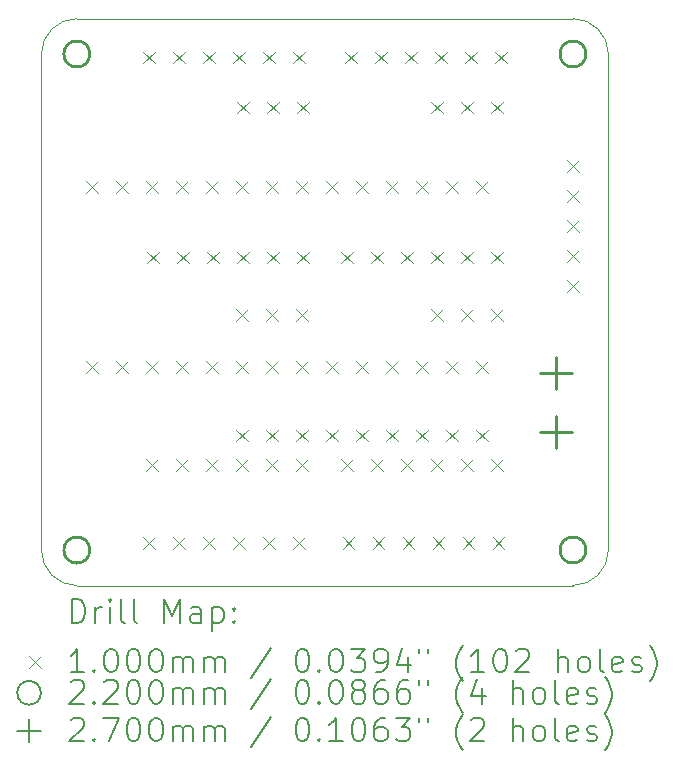
<source format=gbr>
%TF.GenerationSoftware,KiCad,Pcbnew,7.0.5*%
%TF.CreationDate,2023-08-11T11:44:44-04:00*%
%TF.ProjectId,Tadpole,54616470-6f6c-4652-9e6b-696361645f70,rev?*%
%TF.SameCoordinates,Original*%
%TF.FileFunction,Drillmap*%
%TF.FilePolarity,Positive*%
%FSLAX45Y45*%
G04 Gerber Fmt 4.5, Leading zero omitted, Abs format (unit mm)*
G04 Created by KiCad (PCBNEW 7.0.5) date 2023-08-11 11:44:44*
%MOMM*%
%LPD*%
G01*
G04 APERTURE LIST*
%ADD10C,0.100000*%
%ADD11C,0.200000*%
%ADD12C,0.220000*%
%ADD13C,0.270000*%
G04 APERTURE END LIST*
D10*
X11100000Y-12000000D02*
G75*
G03*
X11400000Y-12300000I300000J0D01*
G01*
X15600000Y-12300000D02*
G75*
G03*
X15900000Y-12000000I0J300000D01*
G01*
X15600000Y-12300000D02*
X11400000Y-12300000D01*
X11400000Y-7500000D02*
G75*
G03*
X11100000Y-7800000I0J-300000D01*
G01*
X11100000Y-12000000D02*
X11100000Y-7800000D01*
X15900000Y-7800000D02*
G75*
G03*
X15600000Y-7500000I-300000J0D01*
G01*
X15900000Y-7800000D02*
X15900000Y-12000000D01*
X11400000Y-7500000D02*
X15600000Y-7500000D01*
D11*
D10*
X11477520Y-8878100D02*
X11577520Y-8978100D01*
X11577520Y-8878100D02*
X11477520Y-8978100D01*
X11477520Y-10402100D02*
X11577520Y-10502100D01*
X11577520Y-10402100D02*
X11477520Y-10502100D01*
X11731520Y-8878100D02*
X11831520Y-8978100D01*
X11831520Y-8878100D02*
X11731520Y-8978100D01*
X11731520Y-10402100D02*
X11831520Y-10502100D01*
X11831520Y-10402100D02*
X11731520Y-10502100D01*
X11960000Y-7780000D02*
X12060000Y-7880000D01*
X12060000Y-7780000D02*
X11960000Y-7880000D01*
X11960000Y-11890000D02*
X12060000Y-11990000D01*
X12060000Y-11890000D02*
X11960000Y-11990000D01*
X11983000Y-11227000D02*
X12083000Y-11327000D01*
X12083000Y-11227000D02*
X11983000Y-11327000D01*
X11985520Y-8878100D02*
X12085520Y-8978100D01*
X12085520Y-8878100D02*
X11985520Y-8978100D01*
X11985520Y-10402100D02*
X12085520Y-10502100D01*
X12085520Y-10402100D02*
X11985520Y-10502100D01*
X11993000Y-9472460D02*
X12093000Y-9572460D01*
X12093000Y-9472460D02*
X11993000Y-9572460D01*
X12214000Y-7780000D02*
X12314000Y-7880000D01*
X12314000Y-7780000D02*
X12214000Y-7880000D01*
X12214000Y-11890000D02*
X12314000Y-11990000D01*
X12314000Y-11890000D02*
X12214000Y-11990000D01*
X12237000Y-11227000D02*
X12337000Y-11327000D01*
X12337000Y-11227000D02*
X12237000Y-11327000D01*
X12239520Y-8878100D02*
X12339520Y-8978100D01*
X12339520Y-8878100D02*
X12239520Y-8978100D01*
X12239520Y-10402100D02*
X12339520Y-10502100D01*
X12339520Y-10402100D02*
X12239520Y-10502100D01*
X12247000Y-9472460D02*
X12347000Y-9572460D01*
X12347000Y-9472460D02*
X12247000Y-9572460D01*
X12468000Y-7780000D02*
X12568000Y-7880000D01*
X12568000Y-7780000D02*
X12468000Y-7880000D01*
X12468000Y-11890000D02*
X12568000Y-11990000D01*
X12568000Y-11890000D02*
X12468000Y-11990000D01*
X12491000Y-11227000D02*
X12591000Y-11327000D01*
X12591000Y-11227000D02*
X12491000Y-11327000D01*
X12493520Y-8878100D02*
X12593520Y-8978100D01*
X12593520Y-8878100D02*
X12493520Y-8978100D01*
X12493520Y-10402100D02*
X12593520Y-10502100D01*
X12593520Y-10402100D02*
X12493520Y-10502100D01*
X12501000Y-9472460D02*
X12601000Y-9572460D01*
X12601000Y-9472460D02*
X12501000Y-9572460D01*
X12722000Y-7780000D02*
X12822000Y-7880000D01*
X12822000Y-7780000D02*
X12722000Y-7880000D01*
X12722000Y-11890000D02*
X12822000Y-11990000D01*
X12822000Y-11890000D02*
X12722000Y-11990000D01*
X12745000Y-9957000D02*
X12845000Y-10057000D01*
X12845000Y-9957000D02*
X12745000Y-10057000D01*
X12745000Y-11227000D02*
X12845000Y-11327000D01*
X12845000Y-11227000D02*
X12745000Y-11327000D01*
X12747500Y-10980000D02*
X12847500Y-11080000D01*
X12847500Y-10980000D02*
X12747500Y-11080000D01*
X12747520Y-8878100D02*
X12847520Y-8978100D01*
X12847520Y-8878100D02*
X12747520Y-8978100D01*
X12747520Y-10402100D02*
X12847520Y-10502100D01*
X12847520Y-10402100D02*
X12747520Y-10502100D01*
X12755000Y-8202460D02*
X12855000Y-8302460D01*
X12855000Y-8202460D02*
X12755000Y-8302460D01*
X12755000Y-9472460D02*
X12855000Y-9572460D01*
X12855000Y-9472460D02*
X12755000Y-9572460D01*
X12976000Y-7780000D02*
X13076000Y-7880000D01*
X13076000Y-7780000D02*
X12976000Y-7880000D01*
X12976000Y-11890000D02*
X13076000Y-11990000D01*
X13076000Y-11890000D02*
X12976000Y-11990000D01*
X12999000Y-9957000D02*
X13099000Y-10057000D01*
X13099000Y-9957000D02*
X12999000Y-10057000D01*
X12999000Y-11227000D02*
X13099000Y-11327000D01*
X13099000Y-11227000D02*
X12999000Y-11327000D01*
X13001500Y-10980000D02*
X13101500Y-11080000D01*
X13101500Y-10980000D02*
X13001500Y-11080000D01*
X13001520Y-8878100D02*
X13101520Y-8978100D01*
X13101520Y-8878100D02*
X13001520Y-8978100D01*
X13001520Y-10402100D02*
X13101520Y-10502100D01*
X13101520Y-10402100D02*
X13001520Y-10502100D01*
X13009000Y-8202460D02*
X13109000Y-8302460D01*
X13109000Y-8202460D02*
X13009000Y-8302460D01*
X13009000Y-9472460D02*
X13109000Y-9572460D01*
X13109000Y-9472460D02*
X13009000Y-9572460D01*
X13230000Y-7780000D02*
X13330000Y-7880000D01*
X13330000Y-7780000D02*
X13230000Y-7880000D01*
X13230000Y-11890000D02*
X13330000Y-11990000D01*
X13330000Y-11890000D02*
X13230000Y-11990000D01*
X13253000Y-9957000D02*
X13353000Y-10057000D01*
X13353000Y-9957000D02*
X13253000Y-10057000D01*
X13253000Y-11227000D02*
X13353000Y-11327000D01*
X13353000Y-11227000D02*
X13253000Y-11327000D01*
X13255500Y-10980000D02*
X13355500Y-11080000D01*
X13355500Y-10980000D02*
X13255500Y-11080000D01*
X13255520Y-8878100D02*
X13355520Y-8978100D01*
X13355520Y-8878100D02*
X13255520Y-8978100D01*
X13255520Y-10402100D02*
X13355520Y-10502100D01*
X13355520Y-10402100D02*
X13255520Y-10502100D01*
X13263000Y-8202460D02*
X13363000Y-8302460D01*
X13363000Y-8202460D02*
X13263000Y-8302460D01*
X13263000Y-9472460D02*
X13363000Y-9572460D01*
X13363000Y-9472460D02*
X13263000Y-9572460D01*
X13509500Y-10980000D02*
X13609500Y-11080000D01*
X13609500Y-10980000D02*
X13509500Y-11080000D01*
X13509520Y-8878100D02*
X13609520Y-8978100D01*
X13609520Y-8878100D02*
X13509520Y-8978100D01*
X13509520Y-10402100D02*
X13609520Y-10502100D01*
X13609520Y-10402100D02*
X13509520Y-10502100D01*
X13638000Y-9472460D02*
X13738000Y-9572460D01*
X13738000Y-9472460D02*
X13638000Y-9572460D01*
X13638000Y-11230000D02*
X13738000Y-11330000D01*
X13738000Y-11230000D02*
X13638000Y-11330000D01*
X13650000Y-11890000D02*
X13750000Y-11990000D01*
X13750000Y-11890000D02*
X13650000Y-11990000D01*
X13670000Y-7780000D02*
X13770000Y-7880000D01*
X13770000Y-7780000D02*
X13670000Y-7880000D01*
X13763500Y-10980000D02*
X13863500Y-11080000D01*
X13863500Y-10980000D02*
X13763500Y-11080000D01*
X13763520Y-8878100D02*
X13863520Y-8978100D01*
X13863520Y-8878100D02*
X13763520Y-8978100D01*
X13763520Y-10402100D02*
X13863520Y-10502100D01*
X13863520Y-10402100D02*
X13763520Y-10502100D01*
X13892000Y-9472460D02*
X13992000Y-9572460D01*
X13992000Y-9472460D02*
X13892000Y-9572460D01*
X13892000Y-11230000D02*
X13992000Y-11330000D01*
X13992000Y-11230000D02*
X13892000Y-11330000D01*
X13904000Y-11890000D02*
X14004000Y-11990000D01*
X14004000Y-11890000D02*
X13904000Y-11990000D01*
X13924000Y-7780000D02*
X14024000Y-7880000D01*
X14024000Y-7780000D02*
X13924000Y-7880000D01*
X14017500Y-10980000D02*
X14117500Y-11080000D01*
X14117500Y-10980000D02*
X14017500Y-11080000D01*
X14017520Y-8878100D02*
X14117520Y-8978100D01*
X14117520Y-8878100D02*
X14017520Y-8978100D01*
X14017520Y-10402100D02*
X14117520Y-10502100D01*
X14117520Y-10402100D02*
X14017520Y-10502100D01*
X14146000Y-9472460D02*
X14246000Y-9572460D01*
X14246000Y-9472460D02*
X14146000Y-9572460D01*
X14146000Y-11230000D02*
X14246000Y-11330000D01*
X14246000Y-11230000D02*
X14146000Y-11330000D01*
X14158000Y-11890000D02*
X14258000Y-11990000D01*
X14258000Y-11890000D02*
X14158000Y-11990000D01*
X14178000Y-7780000D02*
X14278000Y-7880000D01*
X14278000Y-7780000D02*
X14178000Y-7880000D01*
X14271500Y-10980000D02*
X14371500Y-11080000D01*
X14371500Y-10980000D02*
X14271500Y-11080000D01*
X14271520Y-8878100D02*
X14371520Y-8978100D01*
X14371520Y-8878100D02*
X14271520Y-8978100D01*
X14271520Y-10402100D02*
X14371520Y-10502100D01*
X14371520Y-10402100D02*
X14271520Y-10502100D01*
X14400000Y-8202460D02*
X14500000Y-8302460D01*
X14500000Y-8202460D02*
X14400000Y-8302460D01*
X14400000Y-9472460D02*
X14500000Y-9572460D01*
X14500000Y-9472460D02*
X14400000Y-9572460D01*
X14400000Y-9960000D02*
X14500000Y-10060000D01*
X14500000Y-9960000D02*
X14400000Y-10060000D01*
X14400000Y-11230000D02*
X14500000Y-11330000D01*
X14500000Y-11230000D02*
X14400000Y-11330000D01*
X14412000Y-11890000D02*
X14512000Y-11990000D01*
X14512000Y-11890000D02*
X14412000Y-11990000D01*
X14432000Y-7780000D02*
X14532000Y-7880000D01*
X14532000Y-7780000D02*
X14432000Y-7880000D01*
X14525500Y-10980000D02*
X14625500Y-11080000D01*
X14625500Y-10980000D02*
X14525500Y-11080000D01*
X14525520Y-8878100D02*
X14625520Y-8978100D01*
X14625520Y-8878100D02*
X14525520Y-8978100D01*
X14525520Y-10402100D02*
X14625520Y-10502100D01*
X14625520Y-10402100D02*
X14525520Y-10502100D01*
X14654000Y-8202460D02*
X14754000Y-8302460D01*
X14754000Y-8202460D02*
X14654000Y-8302460D01*
X14654000Y-9472460D02*
X14754000Y-9572460D01*
X14754000Y-9472460D02*
X14654000Y-9572460D01*
X14654000Y-9960000D02*
X14754000Y-10060000D01*
X14754000Y-9960000D02*
X14654000Y-10060000D01*
X14654000Y-11230000D02*
X14754000Y-11330000D01*
X14754000Y-11230000D02*
X14654000Y-11330000D01*
X14666000Y-11890000D02*
X14766000Y-11990000D01*
X14766000Y-11890000D02*
X14666000Y-11990000D01*
X14686000Y-7780000D02*
X14786000Y-7880000D01*
X14786000Y-7780000D02*
X14686000Y-7880000D01*
X14779500Y-10980000D02*
X14879500Y-11080000D01*
X14879500Y-10980000D02*
X14779500Y-11080000D01*
X14779520Y-8878100D02*
X14879520Y-8978100D01*
X14879520Y-8878100D02*
X14779520Y-8978100D01*
X14779520Y-10402100D02*
X14879520Y-10502100D01*
X14879520Y-10402100D02*
X14779520Y-10502100D01*
X14908000Y-8202460D02*
X15008000Y-8302460D01*
X15008000Y-8202460D02*
X14908000Y-8302460D01*
X14908000Y-9472460D02*
X15008000Y-9572460D01*
X15008000Y-9472460D02*
X14908000Y-9572460D01*
X14908000Y-9960000D02*
X15008000Y-10060000D01*
X15008000Y-9960000D02*
X14908000Y-10060000D01*
X14908000Y-11230000D02*
X15008000Y-11330000D01*
X15008000Y-11230000D02*
X14908000Y-11330000D01*
X14920000Y-11890000D02*
X15020000Y-11990000D01*
X15020000Y-11890000D02*
X14920000Y-11990000D01*
X14940000Y-7780000D02*
X15040000Y-7880000D01*
X15040000Y-7780000D02*
X14940000Y-7880000D01*
X15550000Y-8695000D02*
X15650000Y-8795000D01*
X15650000Y-8695000D02*
X15550000Y-8795000D01*
X15550000Y-8949000D02*
X15650000Y-9049000D01*
X15650000Y-8949000D02*
X15550000Y-9049000D01*
X15550000Y-9203000D02*
X15650000Y-9303000D01*
X15650000Y-9203000D02*
X15550000Y-9303000D01*
X15550000Y-9457000D02*
X15650000Y-9557000D01*
X15650000Y-9457000D02*
X15550000Y-9557000D01*
X15550000Y-9711000D02*
X15650000Y-9811000D01*
X15650000Y-9711000D02*
X15550000Y-9811000D01*
D12*
X11510000Y-7800000D02*
G75*
G03*
X11510000Y-7800000I-110000J0D01*
G01*
X11510000Y-12000000D02*
G75*
G03*
X11510000Y-12000000I-110000J0D01*
G01*
X15710000Y-7800000D02*
G75*
G03*
X15710000Y-7800000I-110000J0D01*
G01*
X15710000Y-12000000D02*
G75*
G03*
X15710000Y-12000000I-110000J0D01*
G01*
D13*
X15460000Y-10365000D02*
X15460000Y-10635000D01*
X15325000Y-10500000D02*
X15595000Y-10500000D01*
X15460000Y-10865000D02*
X15460000Y-11135000D01*
X15325000Y-11000000D02*
X15595000Y-11000000D01*
D11*
X11355777Y-12616484D02*
X11355777Y-12416484D01*
X11355777Y-12416484D02*
X11403396Y-12416484D01*
X11403396Y-12416484D02*
X11431967Y-12426008D01*
X11431967Y-12426008D02*
X11451015Y-12445055D01*
X11451015Y-12445055D02*
X11460539Y-12464103D01*
X11460539Y-12464103D02*
X11470062Y-12502198D01*
X11470062Y-12502198D02*
X11470062Y-12530769D01*
X11470062Y-12530769D02*
X11460539Y-12568865D01*
X11460539Y-12568865D02*
X11451015Y-12587912D01*
X11451015Y-12587912D02*
X11431967Y-12606960D01*
X11431967Y-12606960D02*
X11403396Y-12616484D01*
X11403396Y-12616484D02*
X11355777Y-12616484D01*
X11555777Y-12616484D02*
X11555777Y-12483150D01*
X11555777Y-12521246D02*
X11565301Y-12502198D01*
X11565301Y-12502198D02*
X11574824Y-12492674D01*
X11574824Y-12492674D02*
X11593872Y-12483150D01*
X11593872Y-12483150D02*
X11612920Y-12483150D01*
X11679586Y-12616484D02*
X11679586Y-12483150D01*
X11679586Y-12416484D02*
X11670062Y-12426008D01*
X11670062Y-12426008D02*
X11679586Y-12435531D01*
X11679586Y-12435531D02*
X11689110Y-12426008D01*
X11689110Y-12426008D02*
X11679586Y-12416484D01*
X11679586Y-12416484D02*
X11679586Y-12435531D01*
X11803396Y-12616484D02*
X11784348Y-12606960D01*
X11784348Y-12606960D02*
X11774824Y-12587912D01*
X11774824Y-12587912D02*
X11774824Y-12416484D01*
X11908158Y-12616484D02*
X11889110Y-12606960D01*
X11889110Y-12606960D02*
X11879586Y-12587912D01*
X11879586Y-12587912D02*
X11879586Y-12416484D01*
X12136729Y-12616484D02*
X12136729Y-12416484D01*
X12136729Y-12416484D02*
X12203396Y-12559341D01*
X12203396Y-12559341D02*
X12270062Y-12416484D01*
X12270062Y-12416484D02*
X12270062Y-12616484D01*
X12451015Y-12616484D02*
X12451015Y-12511722D01*
X12451015Y-12511722D02*
X12441491Y-12492674D01*
X12441491Y-12492674D02*
X12422443Y-12483150D01*
X12422443Y-12483150D02*
X12384348Y-12483150D01*
X12384348Y-12483150D02*
X12365301Y-12492674D01*
X12451015Y-12606960D02*
X12431967Y-12616484D01*
X12431967Y-12616484D02*
X12384348Y-12616484D01*
X12384348Y-12616484D02*
X12365301Y-12606960D01*
X12365301Y-12606960D02*
X12355777Y-12587912D01*
X12355777Y-12587912D02*
X12355777Y-12568865D01*
X12355777Y-12568865D02*
X12365301Y-12549817D01*
X12365301Y-12549817D02*
X12384348Y-12540293D01*
X12384348Y-12540293D02*
X12431967Y-12540293D01*
X12431967Y-12540293D02*
X12451015Y-12530769D01*
X12546253Y-12483150D02*
X12546253Y-12683150D01*
X12546253Y-12492674D02*
X12565301Y-12483150D01*
X12565301Y-12483150D02*
X12603396Y-12483150D01*
X12603396Y-12483150D02*
X12622443Y-12492674D01*
X12622443Y-12492674D02*
X12631967Y-12502198D01*
X12631967Y-12502198D02*
X12641491Y-12521246D01*
X12641491Y-12521246D02*
X12641491Y-12578388D01*
X12641491Y-12578388D02*
X12631967Y-12597436D01*
X12631967Y-12597436D02*
X12622443Y-12606960D01*
X12622443Y-12606960D02*
X12603396Y-12616484D01*
X12603396Y-12616484D02*
X12565301Y-12616484D01*
X12565301Y-12616484D02*
X12546253Y-12606960D01*
X12727205Y-12597436D02*
X12736729Y-12606960D01*
X12736729Y-12606960D02*
X12727205Y-12616484D01*
X12727205Y-12616484D02*
X12717682Y-12606960D01*
X12717682Y-12606960D02*
X12727205Y-12597436D01*
X12727205Y-12597436D02*
X12727205Y-12616484D01*
X12727205Y-12492674D02*
X12736729Y-12502198D01*
X12736729Y-12502198D02*
X12727205Y-12511722D01*
X12727205Y-12511722D02*
X12717682Y-12502198D01*
X12717682Y-12502198D02*
X12727205Y-12492674D01*
X12727205Y-12492674D02*
X12727205Y-12511722D01*
D10*
X10995000Y-12895000D02*
X11095000Y-12995000D01*
X11095000Y-12895000D02*
X10995000Y-12995000D01*
D11*
X11460539Y-13036484D02*
X11346253Y-13036484D01*
X11403396Y-13036484D02*
X11403396Y-12836484D01*
X11403396Y-12836484D02*
X11384348Y-12865055D01*
X11384348Y-12865055D02*
X11365301Y-12884103D01*
X11365301Y-12884103D02*
X11346253Y-12893627D01*
X11546253Y-13017436D02*
X11555777Y-13026960D01*
X11555777Y-13026960D02*
X11546253Y-13036484D01*
X11546253Y-13036484D02*
X11536729Y-13026960D01*
X11536729Y-13026960D02*
X11546253Y-13017436D01*
X11546253Y-13017436D02*
X11546253Y-13036484D01*
X11679586Y-12836484D02*
X11698634Y-12836484D01*
X11698634Y-12836484D02*
X11717682Y-12846008D01*
X11717682Y-12846008D02*
X11727205Y-12855531D01*
X11727205Y-12855531D02*
X11736729Y-12874579D01*
X11736729Y-12874579D02*
X11746253Y-12912674D01*
X11746253Y-12912674D02*
X11746253Y-12960293D01*
X11746253Y-12960293D02*
X11736729Y-12998388D01*
X11736729Y-12998388D02*
X11727205Y-13017436D01*
X11727205Y-13017436D02*
X11717682Y-13026960D01*
X11717682Y-13026960D02*
X11698634Y-13036484D01*
X11698634Y-13036484D02*
X11679586Y-13036484D01*
X11679586Y-13036484D02*
X11660539Y-13026960D01*
X11660539Y-13026960D02*
X11651015Y-13017436D01*
X11651015Y-13017436D02*
X11641491Y-12998388D01*
X11641491Y-12998388D02*
X11631967Y-12960293D01*
X11631967Y-12960293D02*
X11631967Y-12912674D01*
X11631967Y-12912674D02*
X11641491Y-12874579D01*
X11641491Y-12874579D02*
X11651015Y-12855531D01*
X11651015Y-12855531D02*
X11660539Y-12846008D01*
X11660539Y-12846008D02*
X11679586Y-12836484D01*
X11870062Y-12836484D02*
X11889110Y-12836484D01*
X11889110Y-12836484D02*
X11908158Y-12846008D01*
X11908158Y-12846008D02*
X11917682Y-12855531D01*
X11917682Y-12855531D02*
X11927205Y-12874579D01*
X11927205Y-12874579D02*
X11936729Y-12912674D01*
X11936729Y-12912674D02*
X11936729Y-12960293D01*
X11936729Y-12960293D02*
X11927205Y-12998388D01*
X11927205Y-12998388D02*
X11917682Y-13017436D01*
X11917682Y-13017436D02*
X11908158Y-13026960D01*
X11908158Y-13026960D02*
X11889110Y-13036484D01*
X11889110Y-13036484D02*
X11870062Y-13036484D01*
X11870062Y-13036484D02*
X11851015Y-13026960D01*
X11851015Y-13026960D02*
X11841491Y-13017436D01*
X11841491Y-13017436D02*
X11831967Y-12998388D01*
X11831967Y-12998388D02*
X11822443Y-12960293D01*
X11822443Y-12960293D02*
X11822443Y-12912674D01*
X11822443Y-12912674D02*
X11831967Y-12874579D01*
X11831967Y-12874579D02*
X11841491Y-12855531D01*
X11841491Y-12855531D02*
X11851015Y-12846008D01*
X11851015Y-12846008D02*
X11870062Y-12836484D01*
X12060539Y-12836484D02*
X12079586Y-12836484D01*
X12079586Y-12836484D02*
X12098634Y-12846008D01*
X12098634Y-12846008D02*
X12108158Y-12855531D01*
X12108158Y-12855531D02*
X12117682Y-12874579D01*
X12117682Y-12874579D02*
X12127205Y-12912674D01*
X12127205Y-12912674D02*
X12127205Y-12960293D01*
X12127205Y-12960293D02*
X12117682Y-12998388D01*
X12117682Y-12998388D02*
X12108158Y-13017436D01*
X12108158Y-13017436D02*
X12098634Y-13026960D01*
X12098634Y-13026960D02*
X12079586Y-13036484D01*
X12079586Y-13036484D02*
X12060539Y-13036484D01*
X12060539Y-13036484D02*
X12041491Y-13026960D01*
X12041491Y-13026960D02*
X12031967Y-13017436D01*
X12031967Y-13017436D02*
X12022443Y-12998388D01*
X12022443Y-12998388D02*
X12012920Y-12960293D01*
X12012920Y-12960293D02*
X12012920Y-12912674D01*
X12012920Y-12912674D02*
X12022443Y-12874579D01*
X12022443Y-12874579D02*
X12031967Y-12855531D01*
X12031967Y-12855531D02*
X12041491Y-12846008D01*
X12041491Y-12846008D02*
X12060539Y-12836484D01*
X12212920Y-13036484D02*
X12212920Y-12903150D01*
X12212920Y-12922198D02*
X12222443Y-12912674D01*
X12222443Y-12912674D02*
X12241491Y-12903150D01*
X12241491Y-12903150D02*
X12270063Y-12903150D01*
X12270063Y-12903150D02*
X12289110Y-12912674D01*
X12289110Y-12912674D02*
X12298634Y-12931722D01*
X12298634Y-12931722D02*
X12298634Y-13036484D01*
X12298634Y-12931722D02*
X12308158Y-12912674D01*
X12308158Y-12912674D02*
X12327205Y-12903150D01*
X12327205Y-12903150D02*
X12355777Y-12903150D01*
X12355777Y-12903150D02*
X12374824Y-12912674D01*
X12374824Y-12912674D02*
X12384348Y-12931722D01*
X12384348Y-12931722D02*
X12384348Y-13036484D01*
X12479586Y-13036484D02*
X12479586Y-12903150D01*
X12479586Y-12922198D02*
X12489110Y-12912674D01*
X12489110Y-12912674D02*
X12508158Y-12903150D01*
X12508158Y-12903150D02*
X12536729Y-12903150D01*
X12536729Y-12903150D02*
X12555777Y-12912674D01*
X12555777Y-12912674D02*
X12565301Y-12931722D01*
X12565301Y-12931722D02*
X12565301Y-13036484D01*
X12565301Y-12931722D02*
X12574824Y-12912674D01*
X12574824Y-12912674D02*
X12593872Y-12903150D01*
X12593872Y-12903150D02*
X12622443Y-12903150D01*
X12622443Y-12903150D02*
X12641491Y-12912674D01*
X12641491Y-12912674D02*
X12651015Y-12931722D01*
X12651015Y-12931722D02*
X12651015Y-13036484D01*
X13041491Y-12826960D02*
X12870063Y-13084103D01*
X13298634Y-12836484D02*
X13317682Y-12836484D01*
X13317682Y-12836484D02*
X13336729Y-12846008D01*
X13336729Y-12846008D02*
X13346253Y-12855531D01*
X13346253Y-12855531D02*
X13355777Y-12874579D01*
X13355777Y-12874579D02*
X13365301Y-12912674D01*
X13365301Y-12912674D02*
X13365301Y-12960293D01*
X13365301Y-12960293D02*
X13355777Y-12998388D01*
X13355777Y-12998388D02*
X13346253Y-13017436D01*
X13346253Y-13017436D02*
X13336729Y-13026960D01*
X13336729Y-13026960D02*
X13317682Y-13036484D01*
X13317682Y-13036484D02*
X13298634Y-13036484D01*
X13298634Y-13036484D02*
X13279586Y-13026960D01*
X13279586Y-13026960D02*
X13270063Y-13017436D01*
X13270063Y-13017436D02*
X13260539Y-12998388D01*
X13260539Y-12998388D02*
X13251015Y-12960293D01*
X13251015Y-12960293D02*
X13251015Y-12912674D01*
X13251015Y-12912674D02*
X13260539Y-12874579D01*
X13260539Y-12874579D02*
X13270063Y-12855531D01*
X13270063Y-12855531D02*
X13279586Y-12846008D01*
X13279586Y-12846008D02*
X13298634Y-12836484D01*
X13451015Y-13017436D02*
X13460539Y-13026960D01*
X13460539Y-13026960D02*
X13451015Y-13036484D01*
X13451015Y-13036484D02*
X13441491Y-13026960D01*
X13441491Y-13026960D02*
X13451015Y-13017436D01*
X13451015Y-13017436D02*
X13451015Y-13036484D01*
X13584348Y-12836484D02*
X13603396Y-12836484D01*
X13603396Y-12836484D02*
X13622444Y-12846008D01*
X13622444Y-12846008D02*
X13631967Y-12855531D01*
X13631967Y-12855531D02*
X13641491Y-12874579D01*
X13641491Y-12874579D02*
X13651015Y-12912674D01*
X13651015Y-12912674D02*
X13651015Y-12960293D01*
X13651015Y-12960293D02*
X13641491Y-12998388D01*
X13641491Y-12998388D02*
X13631967Y-13017436D01*
X13631967Y-13017436D02*
X13622444Y-13026960D01*
X13622444Y-13026960D02*
X13603396Y-13036484D01*
X13603396Y-13036484D02*
X13584348Y-13036484D01*
X13584348Y-13036484D02*
X13565301Y-13026960D01*
X13565301Y-13026960D02*
X13555777Y-13017436D01*
X13555777Y-13017436D02*
X13546253Y-12998388D01*
X13546253Y-12998388D02*
X13536729Y-12960293D01*
X13536729Y-12960293D02*
X13536729Y-12912674D01*
X13536729Y-12912674D02*
X13546253Y-12874579D01*
X13546253Y-12874579D02*
X13555777Y-12855531D01*
X13555777Y-12855531D02*
X13565301Y-12846008D01*
X13565301Y-12846008D02*
X13584348Y-12836484D01*
X13717682Y-12836484D02*
X13841491Y-12836484D01*
X13841491Y-12836484D02*
X13774825Y-12912674D01*
X13774825Y-12912674D02*
X13803396Y-12912674D01*
X13803396Y-12912674D02*
X13822444Y-12922198D01*
X13822444Y-12922198D02*
X13831967Y-12931722D01*
X13831967Y-12931722D02*
X13841491Y-12950769D01*
X13841491Y-12950769D02*
X13841491Y-12998388D01*
X13841491Y-12998388D02*
X13831967Y-13017436D01*
X13831967Y-13017436D02*
X13822444Y-13026960D01*
X13822444Y-13026960D02*
X13803396Y-13036484D01*
X13803396Y-13036484D02*
X13746253Y-13036484D01*
X13746253Y-13036484D02*
X13727206Y-13026960D01*
X13727206Y-13026960D02*
X13717682Y-13017436D01*
X13936729Y-13036484D02*
X13974825Y-13036484D01*
X13974825Y-13036484D02*
X13993872Y-13026960D01*
X13993872Y-13026960D02*
X14003396Y-13017436D01*
X14003396Y-13017436D02*
X14022444Y-12988865D01*
X14022444Y-12988865D02*
X14031967Y-12950769D01*
X14031967Y-12950769D02*
X14031967Y-12874579D01*
X14031967Y-12874579D02*
X14022444Y-12855531D01*
X14022444Y-12855531D02*
X14012920Y-12846008D01*
X14012920Y-12846008D02*
X13993872Y-12836484D01*
X13993872Y-12836484D02*
X13955777Y-12836484D01*
X13955777Y-12836484D02*
X13936729Y-12846008D01*
X13936729Y-12846008D02*
X13927206Y-12855531D01*
X13927206Y-12855531D02*
X13917682Y-12874579D01*
X13917682Y-12874579D02*
X13917682Y-12922198D01*
X13917682Y-12922198D02*
X13927206Y-12941246D01*
X13927206Y-12941246D02*
X13936729Y-12950769D01*
X13936729Y-12950769D02*
X13955777Y-12960293D01*
X13955777Y-12960293D02*
X13993872Y-12960293D01*
X13993872Y-12960293D02*
X14012920Y-12950769D01*
X14012920Y-12950769D02*
X14022444Y-12941246D01*
X14022444Y-12941246D02*
X14031967Y-12922198D01*
X14203396Y-12903150D02*
X14203396Y-13036484D01*
X14155777Y-12826960D02*
X14108158Y-12969817D01*
X14108158Y-12969817D02*
X14231967Y-12969817D01*
X14298634Y-12836484D02*
X14298634Y-12874579D01*
X14374825Y-12836484D02*
X14374825Y-12874579D01*
X14670063Y-13112674D02*
X14660539Y-13103150D01*
X14660539Y-13103150D02*
X14641491Y-13074579D01*
X14641491Y-13074579D02*
X14631968Y-13055531D01*
X14631968Y-13055531D02*
X14622444Y-13026960D01*
X14622444Y-13026960D02*
X14612920Y-12979341D01*
X14612920Y-12979341D02*
X14612920Y-12941246D01*
X14612920Y-12941246D02*
X14622444Y-12893627D01*
X14622444Y-12893627D02*
X14631968Y-12865055D01*
X14631968Y-12865055D02*
X14641491Y-12846008D01*
X14641491Y-12846008D02*
X14660539Y-12817436D01*
X14660539Y-12817436D02*
X14670063Y-12807912D01*
X14851015Y-13036484D02*
X14736729Y-13036484D01*
X14793872Y-13036484D02*
X14793872Y-12836484D01*
X14793872Y-12836484D02*
X14774825Y-12865055D01*
X14774825Y-12865055D02*
X14755777Y-12884103D01*
X14755777Y-12884103D02*
X14736729Y-12893627D01*
X14974825Y-12836484D02*
X14993872Y-12836484D01*
X14993872Y-12836484D02*
X15012920Y-12846008D01*
X15012920Y-12846008D02*
X15022444Y-12855531D01*
X15022444Y-12855531D02*
X15031968Y-12874579D01*
X15031968Y-12874579D02*
X15041491Y-12912674D01*
X15041491Y-12912674D02*
X15041491Y-12960293D01*
X15041491Y-12960293D02*
X15031968Y-12998388D01*
X15031968Y-12998388D02*
X15022444Y-13017436D01*
X15022444Y-13017436D02*
X15012920Y-13026960D01*
X15012920Y-13026960D02*
X14993872Y-13036484D01*
X14993872Y-13036484D02*
X14974825Y-13036484D01*
X14974825Y-13036484D02*
X14955777Y-13026960D01*
X14955777Y-13026960D02*
X14946253Y-13017436D01*
X14946253Y-13017436D02*
X14936729Y-12998388D01*
X14936729Y-12998388D02*
X14927206Y-12960293D01*
X14927206Y-12960293D02*
X14927206Y-12912674D01*
X14927206Y-12912674D02*
X14936729Y-12874579D01*
X14936729Y-12874579D02*
X14946253Y-12855531D01*
X14946253Y-12855531D02*
X14955777Y-12846008D01*
X14955777Y-12846008D02*
X14974825Y-12836484D01*
X15117682Y-12855531D02*
X15127206Y-12846008D01*
X15127206Y-12846008D02*
X15146253Y-12836484D01*
X15146253Y-12836484D02*
X15193872Y-12836484D01*
X15193872Y-12836484D02*
X15212920Y-12846008D01*
X15212920Y-12846008D02*
X15222444Y-12855531D01*
X15222444Y-12855531D02*
X15231968Y-12874579D01*
X15231968Y-12874579D02*
X15231968Y-12893627D01*
X15231968Y-12893627D02*
X15222444Y-12922198D01*
X15222444Y-12922198D02*
X15108158Y-13036484D01*
X15108158Y-13036484D02*
X15231968Y-13036484D01*
X15470063Y-13036484D02*
X15470063Y-12836484D01*
X15555777Y-13036484D02*
X15555777Y-12931722D01*
X15555777Y-12931722D02*
X15546253Y-12912674D01*
X15546253Y-12912674D02*
X15527206Y-12903150D01*
X15527206Y-12903150D02*
X15498634Y-12903150D01*
X15498634Y-12903150D02*
X15479587Y-12912674D01*
X15479587Y-12912674D02*
X15470063Y-12922198D01*
X15679587Y-13036484D02*
X15660539Y-13026960D01*
X15660539Y-13026960D02*
X15651015Y-13017436D01*
X15651015Y-13017436D02*
X15641491Y-12998388D01*
X15641491Y-12998388D02*
X15641491Y-12941246D01*
X15641491Y-12941246D02*
X15651015Y-12922198D01*
X15651015Y-12922198D02*
X15660539Y-12912674D01*
X15660539Y-12912674D02*
X15679587Y-12903150D01*
X15679587Y-12903150D02*
X15708158Y-12903150D01*
X15708158Y-12903150D02*
X15727206Y-12912674D01*
X15727206Y-12912674D02*
X15736730Y-12922198D01*
X15736730Y-12922198D02*
X15746253Y-12941246D01*
X15746253Y-12941246D02*
X15746253Y-12998388D01*
X15746253Y-12998388D02*
X15736730Y-13017436D01*
X15736730Y-13017436D02*
X15727206Y-13026960D01*
X15727206Y-13026960D02*
X15708158Y-13036484D01*
X15708158Y-13036484D02*
X15679587Y-13036484D01*
X15860539Y-13036484D02*
X15841491Y-13026960D01*
X15841491Y-13026960D02*
X15831968Y-13007912D01*
X15831968Y-13007912D02*
X15831968Y-12836484D01*
X16012920Y-13026960D02*
X15993872Y-13036484D01*
X15993872Y-13036484D02*
X15955777Y-13036484D01*
X15955777Y-13036484D02*
X15936730Y-13026960D01*
X15936730Y-13026960D02*
X15927206Y-13007912D01*
X15927206Y-13007912D02*
X15927206Y-12931722D01*
X15927206Y-12931722D02*
X15936730Y-12912674D01*
X15936730Y-12912674D02*
X15955777Y-12903150D01*
X15955777Y-12903150D02*
X15993872Y-12903150D01*
X15993872Y-12903150D02*
X16012920Y-12912674D01*
X16012920Y-12912674D02*
X16022444Y-12931722D01*
X16022444Y-12931722D02*
X16022444Y-12950769D01*
X16022444Y-12950769D02*
X15927206Y-12969817D01*
X16098634Y-13026960D02*
X16117682Y-13036484D01*
X16117682Y-13036484D02*
X16155777Y-13036484D01*
X16155777Y-13036484D02*
X16174825Y-13026960D01*
X16174825Y-13026960D02*
X16184349Y-13007912D01*
X16184349Y-13007912D02*
X16184349Y-12998388D01*
X16184349Y-12998388D02*
X16174825Y-12979341D01*
X16174825Y-12979341D02*
X16155777Y-12969817D01*
X16155777Y-12969817D02*
X16127206Y-12969817D01*
X16127206Y-12969817D02*
X16108158Y-12960293D01*
X16108158Y-12960293D02*
X16098634Y-12941246D01*
X16098634Y-12941246D02*
X16098634Y-12931722D01*
X16098634Y-12931722D02*
X16108158Y-12912674D01*
X16108158Y-12912674D02*
X16127206Y-12903150D01*
X16127206Y-12903150D02*
X16155777Y-12903150D01*
X16155777Y-12903150D02*
X16174825Y-12912674D01*
X16251015Y-13112674D02*
X16260539Y-13103150D01*
X16260539Y-13103150D02*
X16279587Y-13074579D01*
X16279587Y-13074579D02*
X16289111Y-13055531D01*
X16289111Y-13055531D02*
X16298634Y-13026960D01*
X16298634Y-13026960D02*
X16308158Y-12979341D01*
X16308158Y-12979341D02*
X16308158Y-12941246D01*
X16308158Y-12941246D02*
X16298634Y-12893627D01*
X16298634Y-12893627D02*
X16289111Y-12865055D01*
X16289111Y-12865055D02*
X16279587Y-12846008D01*
X16279587Y-12846008D02*
X16260539Y-12817436D01*
X16260539Y-12817436D02*
X16251015Y-12807912D01*
X11095000Y-13209000D02*
G75*
G03*
X11095000Y-13209000I-100000J0D01*
G01*
X11346253Y-13119531D02*
X11355777Y-13110008D01*
X11355777Y-13110008D02*
X11374824Y-13100484D01*
X11374824Y-13100484D02*
X11422443Y-13100484D01*
X11422443Y-13100484D02*
X11441491Y-13110008D01*
X11441491Y-13110008D02*
X11451015Y-13119531D01*
X11451015Y-13119531D02*
X11460539Y-13138579D01*
X11460539Y-13138579D02*
X11460539Y-13157627D01*
X11460539Y-13157627D02*
X11451015Y-13186198D01*
X11451015Y-13186198D02*
X11336729Y-13300484D01*
X11336729Y-13300484D02*
X11460539Y-13300484D01*
X11546253Y-13281436D02*
X11555777Y-13290960D01*
X11555777Y-13290960D02*
X11546253Y-13300484D01*
X11546253Y-13300484D02*
X11536729Y-13290960D01*
X11536729Y-13290960D02*
X11546253Y-13281436D01*
X11546253Y-13281436D02*
X11546253Y-13300484D01*
X11631967Y-13119531D02*
X11641491Y-13110008D01*
X11641491Y-13110008D02*
X11660539Y-13100484D01*
X11660539Y-13100484D02*
X11708158Y-13100484D01*
X11708158Y-13100484D02*
X11727205Y-13110008D01*
X11727205Y-13110008D02*
X11736729Y-13119531D01*
X11736729Y-13119531D02*
X11746253Y-13138579D01*
X11746253Y-13138579D02*
X11746253Y-13157627D01*
X11746253Y-13157627D02*
X11736729Y-13186198D01*
X11736729Y-13186198D02*
X11622443Y-13300484D01*
X11622443Y-13300484D02*
X11746253Y-13300484D01*
X11870062Y-13100484D02*
X11889110Y-13100484D01*
X11889110Y-13100484D02*
X11908158Y-13110008D01*
X11908158Y-13110008D02*
X11917682Y-13119531D01*
X11917682Y-13119531D02*
X11927205Y-13138579D01*
X11927205Y-13138579D02*
X11936729Y-13176674D01*
X11936729Y-13176674D02*
X11936729Y-13224293D01*
X11936729Y-13224293D02*
X11927205Y-13262388D01*
X11927205Y-13262388D02*
X11917682Y-13281436D01*
X11917682Y-13281436D02*
X11908158Y-13290960D01*
X11908158Y-13290960D02*
X11889110Y-13300484D01*
X11889110Y-13300484D02*
X11870062Y-13300484D01*
X11870062Y-13300484D02*
X11851015Y-13290960D01*
X11851015Y-13290960D02*
X11841491Y-13281436D01*
X11841491Y-13281436D02*
X11831967Y-13262388D01*
X11831967Y-13262388D02*
X11822443Y-13224293D01*
X11822443Y-13224293D02*
X11822443Y-13176674D01*
X11822443Y-13176674D02*
X11831967Y-13138579D01*
X11831967Y-13138579D02*
X11841491Y-13119531D01*
X11841491Y-13119531D02*
X11851015Y-13110008D01*
X11851015Y-13110008D02*
X11870062Y-13100484D01*
X12060539Y-13100484D02*
X12079586Y-13100484D01*
X12079586Y-13100484D02*
X12098634Y-13110008D01*
X12098634Y-13110008D02*
X12108158Y-13119531D01*
X12108158Y-13119531D02*
X12117682Y-13138579D01*
X12117682Y-13138579D02*
X12127205Y-13176674D01*
X12127205Y-13176674D02*
X12127205Y-13224293D01*
X12127205Y-13224293D02*
X12117682Y-13262388D01*
X12117682Y-13262388D02*
X12108158Y-13281436D01*
X12108158Y-13281436D02*
X12098634Y-13290960D01*
X12098634Y-13290960D02*
X12079586Y-13300484D01*
X12079586Y-13300484D02*
X12060539Y-13300484D01*
X12060539Y-13300484D02*
X12041491Y-13290960D01*
X12041491Y-13290960D02*
X12031967Y-13281436D01*
X12031967Y-13281436D02*
X12022443Y-13262388D01*
X12022443Y-13262388D02*
X12012920Y-13224293D01*
X12012920Y-13224293D02*
X12012920Y-13176674D01*
X12012920Y-13176674D02*
X12022443Y-13138579D01*
X12022443Y-13138579D02*
X12031967Y-13119531D01*
X12031967Y-13119531D02*
X12041491Y-13110008D01*
X12041491Y-13110008D02*
X12060539Y-13100484D01*
X12212920Y-13300484D02*
X12212920Y-13167150D01*
X12212920Y-13186198D02*
X12222443Y-13176674D01*
X12222443Y-13176674D02*
X12241491Y-13167150D01*
X12241491Y-13167150D02*
X12270063Y-13167150D01*
X12270063Y-13167150D02*
X12289110Y-13176674D01*
X12289110Y-13176674D02*
X12298634Y-13195722D01*
X12298634Y-13195722D02*
X12298634Y-13300484D01*
X12298634Y-13195722D02*
X12308158Y-13176674D01*
X12308158Y-13176674D02*
X12327205Y-13167150D01*
X12327205Y-13167150D02*
X12355777Y-13167150D01*
X12355777Y-13167150D02*
X12374824Y-13176674D01*
X12374824Y-13176674D02*
X12384348Y-13195722D01*
X12384348Y-13195722D02*
X12384348Y-13300484D01*
X12479586Y-13300484D02*
X12479586Y-13167150D01*
X12479586Y-13186198D02*
X12489110Y-13176674D01*
X12489110Y-13176674D02*
X12508158Y-13167150D01*
X12508158Y-13167150D02*
X12536729Y-13167150D01*
X12536729Y-13167150D02*
X12555777Y-13176674D01*
X12555777Y-13176674D02*
X12565301Y-13195722D01*
X12565301Y-13195722D02*
X12565301Y-13300484D01*
X12565301Y-13195722D02*
X12574824Y-13176674D01*
X12574824Y-13176674D02*
X12593872Y-13167150D01*
X12593872Y-13167150D02*
X12622443Y-13167150D01*
X12622443Y-13167150D02*
X12641491Y-13176674D01*
X12641491Y-13176674D02*
X12651015Y-13195722D01*
X12651015Y-13195722D02*
X12651015Y-13300484D01*
X13041491Y-13090960D02*
X12870063Y-13348103D01*
X13298634Y-13100484D02*
X13317682Y-13100484D01*
X13317682Y-13100484D02*
X13336729Y-13110008D01*
X13336729Y-13110008D02*
X13346253Y-13119531D01*
X13346253Y-13119531D02*
X13355777Y-13138579D01*
X13355777Y-13138579D02*
X13365301Y-13176674D01*
X13365301Y-13176674D02*
X13365301Y-13224293D01*
X13365301Y-13224293D02*
X13355777Y-13262388D01*
X13355777Y-13262388D02*
X13346253Y-13281436D01*
X13346253Y-13281436D02*
X13336729Y-13290960D01*
X13336729Y-13290960D02*
X13317682Y-13300484D01*
X13317682Y-13300484D02*
X13298634Y-13300484D01*
X13298634Y-13300484D02*
X13279586Y-13290960D01*
X13279586Y-13290960D02*
X13270063Y-13281436D01*
X13270063Y-13281436D02*
X13260539Y-13262388D01*
X13260539Y-13262388D02*
X13251015Y-13224293D01*
X13251015Y-13224293D02*
X13251015Y-13176674D01*
X13251015Y-13176674D02*
X13260539Y-13138579D01*
X13260539Y-13138579D02*
X13270063Y-13119531D01*
X13270063Y-13119531D02*
X13279586Y-13110008D01*
X13279586Y-13110008D02*
X13298634Y-13100484D01*
X13451015Y-13281436D02*
X13460539Y-13290960D01*
X13460539Y-13290960D02*
X13451015Y-13300484D01*
X13451015Y-13300484D02*
X13441491Y-13290960D01*
X13441491Y-13290960D02*
X13451015Y-13281436D01*
X13451015Y-13281436D02*
X13451015Y-13300484D01*
X13584348Y-13100484D02*
X13603396Y-13100484D01*
X13603396Y-13100484D02*
X13622444Y-13110008D01*
X13622444Y-13110008D02*
X13631967Y-13119531D01*
X13631967Y-13119531D02*
X13641491Y-13138579D01*
X13641491Y-13138579D02*
X13651015Y-13176674D01*
X13651015Y-13176674D02*
X13651015Y-13224293D01*
X13651015Y-13224293D02*
X13641491Y-13262388D01*
X13641491Y-13262388D02*
X13631967Y-13281436D01*
X13631967Y-13281436D02*
X13622444Y-13290960D01*
X13622444Y-13290960D02*
X13603396Y-13300484D01*
X13603396Y-13300484D02*
X13584348Y-13300484D01*
X13584348Y-13300484D02*
X13565301Y-13290960D01*
X13565301Y-13290960D02*
X13555777Y-13281436D01*
X13555777Y-13281436D02*
X13546253Y-13262388D01*
X13546253Y-13262388D02*
X13536729Y-13224293D01*
X13536729Y-13224293D02*
X13536729Y-13176674D01*
X13536729Y-13176674D02*
X13546253Y-13138579D01*
X13546253Y-13138579D02*
X13555777Y-13119531D01*
X13555777Y-13119531D02*
X13565301Y-13110008D01*
X13565301Y-13110008D02*
X13584348Y-13100484D01*
X13765301Y-13186198D02*
X13746253Y-13176674D01*
X13746253Y-13176674D02*
X13736729Y-13167150D01*
X13736729Y-13167150D02*
X13727206Y-13148103D01*
X13727206Y-13148103D02*
X13727206Y-13138579D01*
X13727206Y-13138579D02*
X13736729Y-13119531D01*
X13736729Y-13119531D02*
X13746253Y-13110008D01*
X13746253Y-13110008D02*
X13765301Y-13100484D01*
X13765301Y-13100484D02*
X13803396Y-13100484D01*
X13803396Y-13100484D02*
X13822444Y-13110008D01*
X13822444Y-13110008D02*
X13831967Y-13119531D01*
X13831967Y-13119531D02*
X13841491Y-13138579D01*
X13841491Y-13138579D02*
X13841491Y-13148103D01*
X13841491Y-13148103D02*
X13831967Y-13167150D01*
X13831967Y-13167150D02*
X13822444Y-13176674D01*
X13822444Y-13176674D02*
X13803396Y-13186198D01*
X13803396Y-13186198D02*
X13765301Y-13186198D01*
X13765301Y-13186198D02*
X13746253Y-13195722D01*
X13746253Y-13195722D02*
X13736729Y-13205246D01*
X13736729Y-13205246D02*
X13727206Y-13224293D01*
X13727206Y-13224293D02*
X13727206Y-13262388D01*
X13727206Y-13262388D02*
X13736729Y-13281436D01*
X13736729Y-13281436D02*
X13746253Y-13290960D01*
X13746253Y-13290960D02*
X13765301Y-13300484D01*
X13765301Y-13300484D02*
X13803396Y-13300484D01*
X13803396Y-13300484D02*
X13822444Y-13290960D01*
X13822444Y-13290960D02*
X13831967Y-13281436D01*
X13831967Y-13281436D02*
X13841491Y-13262388D01*
X13841491Y-13262388D02*
X13841491Y-13224293D01*
X13841491Y-13224293D02*
X13831967Y-13205246D01*
X13831967Y-13205246D02*
X13822444Y-13195722D01*
X13822444Y-13195722D02*
X13803396Y-13186198D01*
X14012920Y-13100484D02*
X13974825Y-13100484D01*
X13974825Y-13100484D02*
X13955777Y-13110008D01*
X13955777Y-13110008D02*
X13946253Y-13119531D01*
X13946253Y-13119531D02*
X13927206Y-13148103D01*
X13927206Y-13148103D02*
X13917682Y-13186198D01*
X13917682Y-13186198D02*
X13917682Y-13262388D01*
X13917682Y-13262388D02*
X13927206Y-13281436D01*
X13927206Y-13281436D02*
X13936729Y-13290960D01*
X13936729Y-13290960D02*
X13955777Y-13300484D01*
X13955777Y-13300484D02*
X13993872Y-13300484D01*
X13993872Y-13300484D02*
X14012920Y-13290960D01*
X14012920Y-13290960D02*
X14022444Y-13281436D01*
X14022444Y-13281436D02*
X14031967Y-13262388D01*
X14031967Y-13262388D02*
X14031967Y-13214769D01*
X14031967Y-13214769D02*
X14022444Y-13195722D01*
X14022444Y-13195722D02*
X14012920Y-13186198D01*
X14012920Y-13186198D02*
X13993872Y-13176674D01*
X13993872Y-13176674D02*
X13955777Y-13176674D01*
X13955777Y-13176674D02*
X13936729Y-13186198D01*
X13936729Y-13186198D02*
X13927206Y-13195722D01*
X13927206Y-13195722D02*
X13917682Y-13214769D01*
X14203396Y-13100484D02*
X14165301Y-13100484D01*
X14165301Y-13100484D02*
X14146253Y-13110008D01*
X14146253Y-13110008D02*
X14136729Y-13119531D01*
X14136729Y-13119531D02*
X14117682Y-13148103D01*
X14117682Y-13148103D02*
X14108158Y-13186198D01*
X14108158Y-13186198D02*
X14108158Y-13262388D01*
X14108158Y-13262388D02*
X14117682Y-13281436D01*
X14117682Y-13281436D02*
X14127206Y-13290960D01*
X14127206Y-13290960D02*
X14146253Y-13300484D01*
X14146253Y-13300484D02*
X14184348Y-13300484D01*
X14184348Y-13300484D02*
X14203396Y-13290960D01*
X14203396Y-13290960D02*
X14212920Y-13281436D01*
X14212920Y-13281436D02*
X14222444Y-13262388D01*
X14222444Y-13262388D02*
X14222444Y-13214769D01*
X14222444Y-13214769D02*
X14212920Y-13195722D01*
X14212920Y-13195722D02*
X14203396Y-13186198D01*
X14203396Y-13186198D02*
X14184348Y-13176674D01*
X14184348Y-13176674D02*
X14146253Y-13176674D01*
X14146253Y-13176674D02*
X14127206Y-13186198D01*
X14127206Y-13186198D02*
X14117682Y-13195722D01*
X14117682Y-13195722D02*
X14108158Y-13214769D01*
X14298634Y-13100484D02*
X14298634Y-13138579D01*
X14374825Y-13100484D02*
X14374825Y-13138579D01*
X14670063Y-13376674D02*
X14660539Y-13367150D01*
X14660539Y-13367150D02*
X14641491Y-13338579D01*
X14641491Y-13338579D02*
X14631968Y-13319531D01*
X14631968Y-13319531D02*
X14622444Y-13290960D01*
X14622444Y-13290960D02*
X14612920Y-13243341D01*
X14612920Y-13243341D02*
X14612920Y-13205246D01*
X14612920Y-13205246D02*
X14622444Y-13157627D01*
X14622444Y-13157627D02*
X14631968Y-13129055D01*
X14631968Y-13129055D02*
X14641491Y-13110008D01*
X14641491Y-13110008D02*
X14660539Y-13081436D01*
X14660539Y-13081436D02*
X14670063Y-13071912D01*
X14831968Y-13167150D02*
X14831968Y-13300484D01*
X14784348Y-13090960D02*
X14736729Y-13233817D01*
X14736729Y-13233817D02*
X14860539Y-13233817D01*
X15089110Y-13300484D02*
X15089110Y-13100484D01*
X15174825Y-13300484D02*
X15174825Y-13195722D01*
X15174825Y-13195722D02*
X15165301Y-13176674D01*
X15165301Y-13176674D02*
X15146253Y-13167150D01*
X15146253Y-13167150D02*
X15117682Y-13167150D01*
X15117682Y-13167150D02*
X15098634Y-13176674D01*
X15098634Y-13176674D02*
X15089110Y-13186198D01*
X15298634Y-13300484D02*
X15279587Y-13290960D01*
X15279587Y-13290960D02*
X15270063Y-13281436D01*
X15270063Y-13281436D02*
X15260539Y-13262388D01*
X15260539Y-13262388D02*
X15260539Y-13205246D01*
X15260539Y-13205246D02*
X15270063Y-13186198D01*
X15270063Y-13186198D02*
X15279587Y-13176674D01*
X15279587Y-13176674D02*
X15298634Y-13167150D01*
X15298634Y-13167150D02*
X15327206Y-13167150D01*
X15327206Y-13167150D02*
X15346253Y-13176674D01*
X15346253Y-13176674D02*
X15355777Y-13186198D01*
X15355777Y-13186198D02*
X15365301Y-13205246D01*
X15365301Y-13205246D02*
X15365301Y-13262388D01*
X15365301Y-13262388D02*
X15355777Y-13281436D01*
X15355777Y-13281436D02*
X15346253Y-13290960D01*
X15346253Y-13290960D02*
X15327206Y-13300484D01*
X15327206Y-13300484D02*
X15298634Y-13300484D01*
X15479587Y-13300484D02*
X15460539Y-13290960D01*
X15460539Y-13290960D02*
X15451015Y-13271912D01*
X15451015Y-13271912D02*
X15451015Y-13100484D01*
X15631968Y-13290960D02*
X15612920Y-13300484D01*
X15612920Y-13300484D02*
X15574825Y-13300484D01*
X15574825Y-13300484D02*
X15555777Y-13290960D01*
X15555777Y-13290960D02*
X15546253Y-13271912D01*
X15546253Y-13271912D02*
X15546253Y-13195722D01*
X15546253Y-13195722D02*
X15555777Y-13176674D01*
X15555777Y-13176674D02*
X15574825Y-13167150D01*
X15574825Y-13167150D02*
X15612920Y-13167150D01*
X15612920Y-13167150D02*
X15631968Y-13176674D01*
X15631968Y-13176674D02*
X15641491Y-13195722D01*
X15641491Y-13195722D02*
X15641491Y-13214769D01*
X15641491Y-13214769D02*
X15546253Y-13233817D01*
X15717682Y-13290960D02*
X15736730Y-13300484D01*
X15736730Y-13300484D02*
X15774825Y-13300484D01*
X15774825Y-13300484D02*
X15793872Y-13290960D01*
X15793872Y-13290960D02*
X15803396Y-13271912D01*
X15803396Y-13271912D02*
X15803396Y-13262388D01*
X15803396Y-13262388D02*
X15793872Y-13243341D01*
X15793872Y-13243341D02*
X15774825Y-13233817D01*
X15774825Y-13233817D02*
X15746253Y-13233817D01*
X15746253Y-13233817D02*
X15727206Y-13224293D01*
X15727206Y-13224293D02*
X15717682Y-13205246D01*
X15717682Y-13205246D02*
X15717682Y-13195722D01*
X15717682Y-13195722D02*
X15727206Y-13176674D01*
X15727206Y-13176674D02*
X15746253Y-13167150D01*
X15746253Y-13167150D02*
X15774825Y-13167150D01*
X15774825Y-13167150D02*
X15793872Y-13176674D01*
X15870063Y-13376674D02*
X15879587Y-13367150D01*
X15879587Y-13367150D02*
X15898634Y-13338579D01*
X15898634Y-13338579D02*
X15908158Y-13319531D01*
X15908158Y-13319531D02*
X15917682Y-13290960D01*
X15917682Y-13290960D02*
X15927206Y-13243341D01*
X15927206Y-13243341D02*
X15927206Y-13205246D01*
X15927206Y-13205246D02*
X15917682Y-13157627D01*
X15917682Y-13157627D02*
X15908158Y-13129055D01*
X15908158Y-13129055D02*
X15898634Y-13110008D01*
X15898634Y-13110008D02*
X15879587Y-13081436D01*
X15879587Y-13081436D02*
X15870063Y-13071912D01*
X10995000Y-13429000D02*
X10995000Y-13629000D01*
X10895000Y-13529000D02*
X11095000Y-13529000D01*
X11346253Y-13439531D02*
X11355777Y-13430008D01*
X11355777Y-13430008D02*
X11374824Y-13420484D01*
X11374824Y-13420484D02*
X11422443Y-13420484D01*
X11422443Y-13420484D02*
X11441491Y-13430008D01*
X11441491Y-13430008D02*
X11451015Y-13439531D01*
X11451015Y-13439531D02*
X11460539Y-13458579D01*
X11460539Y-13458579D02*
X11460539Y-13477627D01*
X11460539Y-13477627D02*
X11451015Y-13506198D01*
X11451015Y-13506198D02*
X11336729Y-13620484D01*
X11336729Y-13620484D02*
X11460539Y-13620484D01*
X11546253Y-13601436D02*
X11555777Y-13610960D01*
X11555777Y-13610960D02*
X11546253Y-13620484D01*
X11546253Y-13620484D02*
X11536729Y-13610960D01*
X11536729Y-13610960D02*
X11546253Y-13601436D01*
X11546253Y-13601436D02*
X11546253Y-13620484D01*
X11622443Y-13420484D02*
X11755777Y-13420484D01*
X11755777Y-13420484D02*
X11670062Y-13620484D01*
X11870062Y-13420484D02*
X11889110Y-13420484D01*
X11889110Y-13420484D02*
X11908158Y-13430008D01*
X11908158Y-13430008D02*
X11917682Y-13439531D01*
X11917682Y-13439531D02*
X11927205Y-13458579D01*
X11927205Y-13458579D02*
X11936729Y-13496674D01*
X11936729Y-13496674D02*
X11936729Y-13544293D01*
X11936729Y-13544293D02*
X11927205Y-13582388D01*
X11927205Y-13582388D02*
X11917682Y-13601436D01*
X11917682Y-13601436D02*
X11908158Y-13610960D01*
X11908158Y-13610960D02*
X11889110Y-13620484D01*
X11889110Y-13620484D02*
X11870062Y-13620484D01*
X11870062Y-13620484D02*
X11851015Y-13610960D01*
X11851015Y-13610960D02*
X11841491Y-13601436D01*
X11841491Y-13601436D02*
X11831967Y-13582388D01*
X11831967Y-13582388D02*
X11822443Y-13544293D01*
X11822443Y-13544293D02*
X11822443Y-13496674D01*
X11822443Y-13496674D02*
X11831967Y-13458579D01*
X11831967Y-13458579D02*
X11841491Y-13439531D01*
X11841491Y-13439531D02*
X11851015Y-13430008D01*
X11851015Y-13430008D02*
X11870062Y-13420484D01*
X12060539Y-13420484D02*
X12079586Y-13420484D01*
X12079586Y-13420484D02*
X12098634Y-13430008D01*
X12098634Y-13430008D02*
X12108158Y-13439531D01*
X12108158Y-13439531D02*
X12117682Y-13458579D01*
X12117682Y-13458579D02*
X12127205Y-13496674D01*
X12127205Y-13496674D02*
X12127205Y-13544293D01*
X12127205Y-13544293D02*
X12117682Y-13582388D01*
X12117682Y-13582388D02*
X12108158Y-13601436D01*
X12108158Y-13601436D02*
X12098634Y-13610960D01*
X12098634Y-13610960D02*
X12079586Y-13620484D01*
X12079586Y-13620484D02*
X12060539Y-13620484D01*
X12060539Y-13620484D02*
X12041491Y-13610960D01*
X12041491Y-13610960D02*
X12031967Y-13601436D01*
X12031967Y-13601436D02*
X12022443Y-13582388D01*
X12022443Y-13582388D02*
X12012920Y-13544293D01*
X12012920Y-13544293D02*
X12012920Y-13496674D01*
X12012920Y-13496674D02*
X12022443Y-13458579D01*
X12022443Y-13458579D02*
X12031967Y-13439531D01*
X12031967Y-13439531D02*
X12041491Y-13430008D01*
X12041491Y-13430008D02*
X12060539Y-13420484D01*
X12212920Y-13620484D02*
X12212920Y-13487150D01*
X12212920Y-13506198D02*
X12222443Y-13496674D01*
X12222443Y-13496674D02*
X12241491Y-13487150D01*
X12241491Y-13487150D02*
X12270063Y-13487150D01*
X12270063Y-13487150D02*
X12289110Y-13496674D01*
X12289110Y-13496674D02*
X12298634Y-13515722D01*
X12298634Y-13515722D02*
X12298634Y-13620484D01*
X12298634Y-13515722D02*
X12308158Y-13496674D01*
X12308158Y-13496674D02*
X12327205Y-13487150D01*
X12327205Y-13487150D02*
X12355777Y-13487150D01*
X12355777Y-13487150D02*
X12374824Y-13496674D01*
X12374824Y-13496674D02*
X12384348Y-13515722D01*
X12384348Y-13515722D02*
X12384348Y-13620484D01*
X12479586Y-13620484D02*
X12479586Y-13487150D01*
X12479586Y-13506198D02*
X12489110Y-13496674D01*
X12489110Y-13496674D02*
X12508158Y-13487150D01*
X12508158Y-13487150D02*
X12536729Y-13487150D01*
X12536729Y-13487150D02*
X12555777Y-13496674D01*
X12555777Y-13496674D02*
X12565301Y-13515722D01*
X12565301Y-13515722D02*
X12565301Y-13620484D01*
X12565301Y-13515722D02*
X12574824Y-13496674D01*
X12574824Y-13496674D02*
X12593872Y-13487150D01*
X12593872Y-13487150D02*
X12622443Y-13487150D01*
X12622443Y-13487150D02*
X12641491Y-13496674D01*
X12641491Y-13496674D02*
X12651015Y-13515722D01*
X12651015Y-13515722D02*
X12651015Y-13620484D01*
X13041491Y-13410960D02*
X12870063Y-13668103D01*
X13298634Y-13420484D02*
X13317682Y-13420484D01*
X13317682Y-13420484D02*
X13336729Y-13430008D01*
X13336729Y-13430008D02*
X13346253Y-13439531D01*
X13346253Y-13439531D02*
X13355777Y-13458579D01*
X13355777Y-13458579D02*
X13365301Y-13496674D01*
X13365301Y-13496674D02*
X13365301Y-13544293D01*
X13365301Y-13544293D02*
X13355777Y-13582388D01*
X13355777Y-13582388D02*
X13346253Y-13601436D01*
X13346253Y-13601436D02*
X13336729Y-13610960D01*
X13336729Y-13610960D02*
X13317682Y-13620484D01*
X13317682Y-13620484D02*
X13298634Y-13620484D01*
X13298634Y-13620484D02*
X13279586Y-13610960D01*
X13279586Y-13610960D02*
X13270063Y-13601436D01*
X13270063Y-13601436D02*
X13260539Y-13582388D01*
X13260539Y-13582388D02*
X13251015Y-13544293D01*
X13251015Y-13544293D02*
X13251015Y-13496674D01*
X13251015Y-13496674D02*
X13260539Y-13458579D01*
X13260539Y-13458579D02*
X13270063Y-13439531D01*
X13270063Y-13439531D02*
X13279586Y-13430008D01*
X13279586Y-13430008D02*
X13298634Y-13420484D01*
X13451015Y-13601436D02*
X13460539Y-13610960D01*
X13460539Y-13610960D02*
X13451015Y-13620484D01*
X13451015Y-13620484D02*
X13441491Y-13610960D01*
X13441491Y-13610960D02*
X13451015Y-13601436D01*
X13451015Y-13601436D02*
X13451015Y-13620484D01*
X13651015Y-13620484D02*
X13536729Y-13620484D01*
X13593872Y-13620484D02*
X13593872Y-13420484D01*
X13593872Y-13420484D02*
X13574825Y-13449055D01*
X13574825Y-13449055D02*
X13555777Y-13468103D01*
X13555777Y-13468103D02*
X13536729Y-13477627D01*
X13774825Y-13420484D02*
X13793872Y-13420484D01*
X13793872Y-13420484D02*
X13812920Y-13430008D01*
X13812920Y-13430008D02*
X13822444Y-13439531D01*
X13822444Y-13439531D02*
X13831967Y-13458579D01*
X13831967Y-13458579D02*
X13841491Y-13496674D01*
X13841491Y-13496674D02*
X13841491Y-13544293D01*
X13841491Y-13544293D02*
X13831967Y-13582388D01*
X13831967Y-13582388D02*
X13822444Y-13601436D01*
X13822444Y-13601436D02*
X13812920Y-13610960D01*
X13812920Y-13610960D02*
X13793872Y-13620484D01*
X13793872Y-13620484D02*
X13774825Y-13620484D01*
X13774825Y-13620484D02*
X13755777Y-13610960D01*
X13755777Y-13610960D02*
X13746253Y-13601436D01*
X13746253Y-13601436D02*
X13736729Y-13582388D01*
X13736729Y-13582388D02*
X13727206Y-13544293D01*
X13727206Y-13544293D02*
X13727206Y-13496674D01*
X13727206Y-13496674D02*
X13736729Y-13458579D01*
X13736729Y-13458579D02*
X13746253Y-13439531D01*
X13746253Y-13439531D02*
X13755777Y-13430008D01*
X13755777Y-13430008D02*
X13774825Y-13420484D01*
X14012920Y-13420484D02*
X13974825Y-13420484D01*
X13974825Y-13420484D02*
X13955777Y-13430008D01*
X13955777Y-13430008D02*
X13946253Y-13439531D01*
X13946253Y-13439531D02*
X13927206Y-13468103D01*
X13927206Y-13468103D02*
X13917682Y-13506198D01*
X13917682Y-13506198D02*
X13917682Y-13582388D01*
X13917682Y-13582388D02*
X13927206Y-13601436D01*
X13927206Y-13601436D02*
X13936729Y-13610960D01*
X13936729Y-13610960D02*
X13955777Y-13620484D01*
X13955777Y-13620484D02*
X13993872Y-13620484D01*
X13993872Y-13620484D02*
X14012920Y-13610960D01*
X14012920Y-13610960D02*
X14022444Y-13601436D01*
X14022444Y-13601436D02*
X14031967Y-13582388D01*
X14031967Y-13582388D02*
X14031967Y-13534769D01*
X14031967Y-13534769D02*
X14022444Y-13515722D01*
X14022444Y-13515722D02*
X14012920Y-13506198D01*
X14012920Y-13506198D02*
X13993872Y-13496674D01*
X13993872Y-13496674D02*
X13955777Y-13496674D01*
X13955777Y-13496674D02*
X13936729Y-13506198D01*
X13936729Y-13506198D02*
X13927206Y-13515722D01*
X13927206Y-13515722D02*
X13917682Y-13534769D01*
X14098634Y-13420484D02*
X14222444Y-13420484D01*
X14222444Y-13420484D02*
X14155777Y-13496674D01*
X14155777Y-13496674D02*
X14184348Y-13496674D01*
X14184348Y-13496674D02*
X14203396Y-13506198D01*
X14203396Y-13506198D02*
X14212920Y-13515722D01*
X14212920Y-13515722D02*
X14222444Y-13534769D01*
X14222444Y-13534769D02*
X14222444Y-13582388D01*
X14222444Y-13582388D02*
X14212920Y-13601436D01*
X14212920Y-13601436D02*
X14203396Y-13610960D01*
X14203396Y-13610960D02*
X14184348Y-13620484D01*
X14184348Y-13620484D02*
X14127206Y-13620484D01*
X14127206Y-13620484D02*
X14108158Y-13610960D01*
X14108158Y-13610960D02*
X14098634Y-13601436D01*
X14298634Y-13420484D02*
X14298634Y-13458579D01*
X14374825Y-13420484D02*
X14374825Y-13458579D01*
X14670063Y-13696674D02*
X14660539Y-13687150D01*
X14660539Y-13687150D02*
X14641491Y-13658579D01*
X14641491Y-13658579D02*
X14631968Y-13639531D01*
X14631968Y-13639531D02*
X14622444Y-13610960D01*
X14622444Y-13610960D02*
X14612920Y-13563341D01*
X14612920Y-13563341D02*
X14612920Y-13525246D01*
X14612920Y-13525246D02*
X14622444Y-13477627D01*
X14622444Y-13477627D02*
X14631968Y-13449055D01*
X14631968Y-13449055D02*
X14641491Y-13430008D01*
X14641491Y-13430008D02*
X14660539Y-13401436D01*
X14660539Y-13401436D02*
X14670063Y-13391912D01*
X14736729Y-13439531D02*
X14746253Y-13430008D01*
X14746253Y-13430008D02*
X14765301Y-13420484D01*
X14765301Y-13420484D02*
X14812920Y-13420484D01*
X14812920Y-13420484D02*
X14831968Y-13430008D01*
X14831968Y-13430008D02*
X14841491Y-13439531D01*
X14841491Y-13439531D02*
X14851015Y-13458579D01*
X14851015Y-13458579D02*
X14851015Y-13477627D01*
X14851015Y-13477627D02*
X14841491Y-13506198D01*
X14841491Y-13506198D02*
X14727206Y-13620484D01*
X14727206Y-13620484D02*
X14851015Y-13620484D01*
X15089110Y-13620484D02*
X15089110Y-13420484D01*
X15174825Y-13620484D02*
X15174825Y-13515722D01*
X15174825Y-13515722D02*
X15165301Y-13496674D01*
X15165301Y-13496674D02*
X15146253Y-13487150D01*
X15146253Y-13487150D02*
X15117682Y-13487150D01*
X15117682Y-13487150D02*
X15098634Y-13496674D01*
X15098634Y-13496674D02*
X15089110Y-13506198D01*
X15298634Y-13620484D02*
X15279587Y-13610960D01*
X15279587Y-13610960D02*
X15270063Y-13601436D01*
X15270063Y-13601436D02*
X15260539Y-13582388D01*
X15260539Y-13582388D02*
X15260539Y-13525246D01*
X15260539Y-13525246D02*
X15270063Y-13506198D01*
X15270063Y-13506198D02*
X15279587Y-13496674D01*
X15279587Y-13496674D02*
X15298634Y-13487150D01*
X15298634Y-13487150D02*
X15327206Y-13487150D01*
X15327206Y-13487150D02*
X15346253Y-13496674D01*
X15346253Y-13496674D02*
X15355777Y-13506198D01*
X15355777Y-13506198D02*
X15365301Y-13525246D01*
X15365301Y-13525246D02*
X15365301Y-13582388D01*
X15365301Y-13582388D02*
X15355777Y-13601436D01*
X15355777Y-13601436D02*
X15346253Y-13610960D01*
X15346253Y-13610960D02*
X15327206Y-13620484D01*
X15327206Y-13620484D02*
X15298634Y-13620484D01*
X15479587Y-13620484D02*
X15460539Y-13610960D01*
X15460539Y-13610960D02*
X15451015Y-13591912D01*
X15451015Y-13591912D02*
X15451015Y-13420484D01*
X15631968Y-13610960D02*
X15612920Y-13620484D01*
X15612920Y-13620484D02*
X15574825Y-13620484D01*
X15574825Y-13620484D02*
X15555777Y-13610960D01*
X15555777Y-13610960D02*
X15546253Y-13591912D01*
X15546253Y-13591912D02*
X15546253Y-13515722D01*
X15546253Y-13515722D02*
X15555777Y-13496674D01*
X15555777Y-13496674D02*
X15574825Y-13487150D01*
X15574825Y-13487150D02*
X15612920Y-13487150D01*
X15612920Y-13487150D02*
X15631968Y-13496674D01*
X15631968Y-13496674D02*
X15641491Y-13515722D01*
X15641491Y-13515722D02*
X15641491Y-13534769D01*
X15641491Y-13534769D02*
X15546253Y-13553817D01*
X15717682Y-13610960D02*
X15736730Y-13620484D01*
X15736730Y-13620484D02*
X15774825Y-13620484D01*
X15774825Y-13620484D02*
X15793872Y-13610960D01*
X15793872Y-13610960D02*
X15803396Y-13591912D01*
X15803396Y-13591912D02*
X15803396Y-13582388D01*
X15803396Y-13582388D02*
X15793872Y-13563341D01*
X15793872Y-13563341D02*
X15774825Y-13553817D01*
X15774825Y-13553817D02*
X15746253Y-13553817D01*
X15746253Y-13553817D02*
X15727206Y-13544293D01*
X15727206Y-13544293D02*
X15717682Y-13525246D01*
X15717682Y-13525246D02*
X15717682Y-13515722D01*
X15717682Y-13515722D02*
X15727206Y-13496674D01*
X15727206Y-13496674D02*
X15746253Y-13487150D01*
X15746253Y-13487150D02*
X15774825Y-13487150D01*
X15774825Y-13487150D02*
X15793872Y-13496674D01*
X15870063Y-13696674D02*
X15879587Y-13687150D01*
X15879587Y-13687150D02*
X15898634Y-13658579D01*
X15898634Y-13658579D02*
X15908158Y-13639531D01*
X15908158Y-13639531D02*
X15917682Y-13610960D01*
X15917682Y-13610960D02*
X15927206Y-13563341D01*
X15927206Y-13563341D02*
X15927206Y-13525246D01*
X15927206Y-13525246D02*
X15917682Y-13477627D01*
X15917682Y-13477627D02*
X15908158Y-13449055D01*
X15908158Y-13449055D02*
X15898634Y-13430008D01*
X15898634Y-13430008D02*
X15879587Y-13401436D01*
X15879587Y-13401436D02*
X15870063Y-13391912D01*
M02*

</source>
